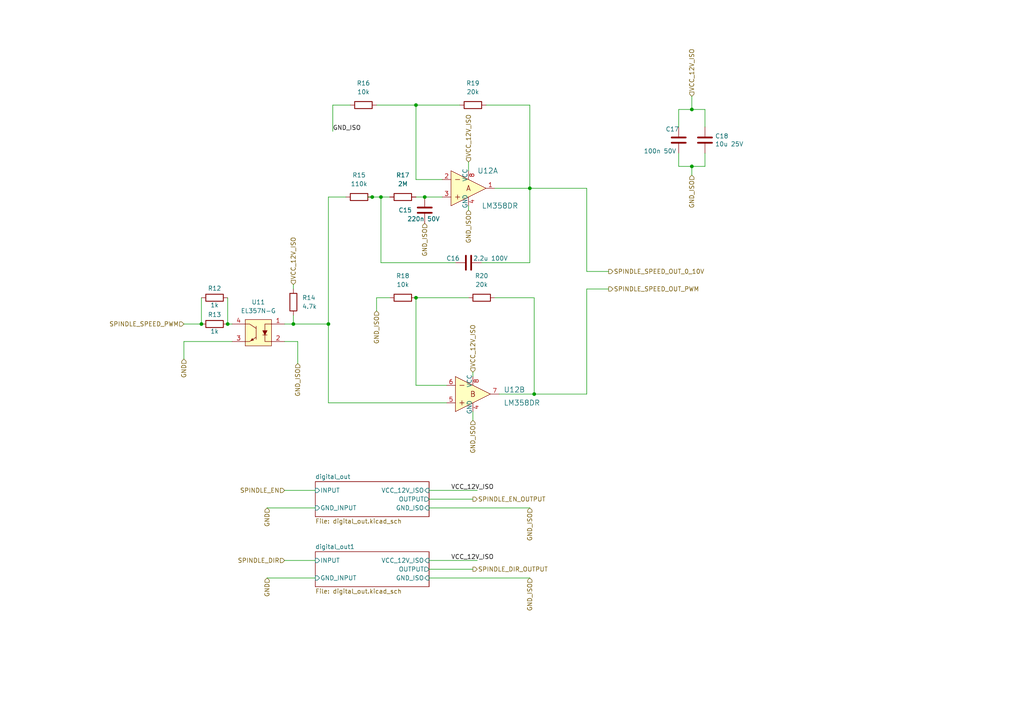
<source format=kicad_sch>
(kicad_sch (version 20211123) (generator eeschema)
  (paper "A4")
  (lib_symbols
    (symbol "Device:C" (pin_numbers hide) (pin_names (offset 0.254))
      (property "Reference" "C" (at 0.635 2.54 0))
      (property "Value" "C" (at 0.635 -2.54 0))
      (symbol "C_0_1"
        (polyline (pts (xy -2.032 -0.762) (xy 2.032 -0.762)) (stroke (width 0.508)))
        (polyline (pts (xy -2.032 0.762) (xy 2.032 0.762)) (stroke (width 0.508)))
      )
      (symbol "C_1_1"
        (pin passive line (at 0 3.81 270) (length 2.794) (name "~") (number "1"))
        (pin passive line (at 0 -3.81 90) (length 2.794) (name "~") (number "2"))
      )
    )
    (symbol "Device:R" (pin_numbers hide) (pin_names (offset 0))
      (property "Reference" "R" (at 2.032 0 90))
      (property "Value" "R" (at 0 0 90))
      (symbol "R_0_1"
        (rectangle (start -1.016 -2.54) (end 1.016 2.54) (stroke (width 0.254)))
      )
      (symbol "R_1_1"
        (pin passive line (at 0 3.81 270) (length 1.27) (name "~") (number "1"))
        (pin passive line (at 0 -3.81 90) (length 1.27) (name "~") (number "2"))
      )
    )
    (symbol "PersonnalSymbolLibrary:EL357N-G"
      (property "Reference" "U" (at -1.27 7.62 0))
      (property "Value" "EL357N-G" (at 0 5.08 0))
      (symbol "EL357N-G_0_1"
        (rectangle (start -3.81 3.81) (end 3.81 -3.81) (fill (type background)))
        (polyline (pts (xy -2.54 -0.635) (xy -1.27 -0.635)))
        (polyline (pts (xy 0.635 1.905) (xy 0.635 -1.905)))
        (polyline (pts (xy -3.81 -2.54) (xy -1.905 -2.54) (xy -1.905 -0.635)))
        (polyline (pts (xy -3.81 2.54) (xy -1.905 2.54) (xy -1.905 0.635)))
        (polyline (pts (xy 0.635 -1.27) (xy 2.54 -2.54) (xy 3.81 -2.54)))
        (polyline (pts (xy 0.635 1.27) (xy 2.54 2.54) (xy 3.81 2.54)))
        (polyline (pts (xy -2.54 0.635) (xy -1.27 0.635) (xy -1.905 -0.635) (xy -2.54 0.635)) (fill (type outline)))
        (polyline (pts (xy 2.159 -2.286) (xy 1.778 -1.651) (xy 1.397 -2.159) (xy 2.159 -2.286)) (fill (type outline)))
      )
      (symbol "EL357N-G_1_1"
        (pin passive line (at -7.62 2.54 0) (length 3.81) (name "~") (number "1"))
        (pin passive line (at -7.62 -2.54 0) (length 3.81) (name "~") (number "2"))
        (pin passive line (at 7.62 -2.54 180) (length 3.81) (name "~") (number "3"))
        (pin passive line (at 7.62 2.54 180) (length 3.81) (name "~") (number "4"))
      )
    )
    (symbol "dk_Linear-Amplifiers-Instrumentation-OP-Amps-Buffer-Amps:LM358DR" (pin_names (offset 0))
      (property "Reference" "U" (at -5.08 7.62 0))
      (property "Value" "LM358DR" (at 2.54 -5.08 0))
      (symbol "LM358DR_0_0"
        (polyline (pts (xy -3.81 -2.54) (xy -2.54 -2.54)))
        (polyline (pts (xy -3.81 2.54) (xy -2.54 2.54)))
        (polyline (pts (xy -3.175 -1.905) (xy -3.175 -3.175)))
        (polyline (pts (xy -5.08 5.08) (xy -5.08 -5.08) (xy 5.08 0) (xy -5.08 5.08)) (fill (type background)))
      )
      (symbol "LM358DR_1_0"
        (text "A" (at 0 0 0) (effects (font (size 1.524 1.524))))
      )
      (symbol "LM358DR_1_1"
        (pin output line (at 7.62 0 180) (length 2.54) (name "~") (number "1"))
        (pin input line (at -7.62 2.54 0) (length 2.54) (name "~") (number "2"))
        (pin input line (at -7.62 -2.54 0) (length 2.54) (name "~") (number "3"))
        (pin power_in line (at 0 -5.08 90) (length 2.54) (name "GND") (number "4"))
        (pin power_in line (at 0 5.08 270) (length 2.54) (name "VCC") (number "8"))
      )
      (symbol "LM358DR_2_0"
        (text "B" (at 0 0 0) (effects (font (size 1.524 1.524))))
      )
      (symbol "LM358DR_2_1"
        (pin power_in line (at 0 -5.08 90) (length 2.54) (name "GND") (number "4"))
        (pin input line (at -7.62 -2.54 0) (length 2.54) (name "~") (number "5"))
        (pin input line (at -7.62 2.54 0) (length 2.54) (name "~") (number "6"))
        (pin output line (at 7.62 0 180) (length 2.54) (name "~") (number "7"))
        (pin power_in line (at 0 5.08 270) (length 2.54) (name "VCC") (number "8"))
      )
    )
  )
  (junction (at 85.09 93.98))
  (junction (at 154.94 114.3))
  (junction (at 66.04 93.98))
  (junction (at 58.42 93.98))
  (junction (at 95.25 93.98))
  (junction (at 107.95 57.15))
  (junction (at 110.49 57.15))
  (junction (at 123.19 57.15))
  (junction (at 200.66 48.26))
  (junction (at 200.66 31.75))
  (junction (at 120.65 30.48))
  (junction (at 120.65 86.36))
  (junction (at 153.67 54.61))
  (wire (pts (xy 124.46 162.56) (xy 138.43 162.56)))
  (wire (pts (xy 109.22 30.48) (xy 120.65 30.48)))
  (wire (pts (xy 120.65 30.48) (xy 133.35 30.48)))
  (wire (pts (xy 110.49 76.2) (xy 110.49 57.15)))
  (wire (pts (xy 132.08 76.2) (xy 110.49 76.2)))
  (wire (pts (xy 143.51 86.36) (xy 154.94 86.36)))
  (wire (pts (xy 170.18 114.3) (xy 170.18 83.82)))
  (wire (pts (xy 200.66 27.94) (xy 200.66 31.75)))
  (wire (pts (xy 143.51 54.61) (xy 153.67 54.61)))
  (wire (pts (xy 153.67 30.48) (xy 153.67 54.61)))
  (wire (pts (xy 66.04 93.98) (xy 67.31 93.98)))
  (wire (pts (xy 144.78 114.3) (xy 154.94 114.3)))
  (wire (pts (xy 58.42 86.36) (xy 58.42 93.98)))
  (wire (pts (xy 53.34 99.06) (xy 67.31 99.06)))
  (wire (pts (xy 129.54 111.76) (xy 120.65 111.76)))
  (wire (pts (xy 124.46 167.64) (xy 153.67 167.64)))
  (wire (pts (xy 86.36 99.06) (xy 86.36 105.41)))
  (wire (pts (xy 123.19 57.15) (xy 128.27 57.15)))
  (wire (pts (xy 82.55 99.06) (xy 86.36 99.06)))
  (wire (pts (xy 85.09 91.44) (xy 85.09 93.98)))
  (wire (pts (xy 124.46 142.24) (xy 138.43 142.24)))
  (wire (pts (xy 120.65 86.36) (xy 135.89 86.36)))
  (wire (pts (xy 153.67 76.2) (xy 139.7 76.2)))
  (wire (pts (xy 77.47 147.32) (xy 91.44 147.32)))
  (wire (pts (xy 204.47 31.75) (xy 204.47 36.83)))
  (wire (pts (xy 124.46 165.1) (xy 137.16 165.1)))
  (wire (pts (xy 109.22 86.36) (xy 109.22 90.17)))
  (wire (pts (xy 170.18 78.74) (xy 176.53 78.74)))
  (wire (pts (xy 85.09 93.98) (xy 95.25 93.98)))
  (wire (pts (xy 95.25 57.15) (xy 95.25 93.98)))
  (wire (pts (xy 82.55 162.56) (xy 91.44 162.56)))
  (wire (pts (xy 95.25 116.84) (xy 129.54 116.84)))
  (wire (pts (xy 124.46 147.32) (xy 153.67 147.32)))
  (wire (pts (xy 170.18 83.82) (xy 176.53 83.82)))
  (wire (pts (xy 66.04 86.36) (xy 66.04 93.98)))
  (wire (pts (xy 95.25 93.98) (xy 95.25 116.84)))
  (wire (pts (xy 82.55 142.24) (xy 91.44 142.24)))
  (wire (pts (xy 109.22 86.36) (xy 113.03 86.36)))
  (wire (pts (xy 106.68 57.15) (xy 107.95 57.15)))
  (wire (pts (xy 107.95 57.15) (xy 110.49 57.15)))
  (wire (pts (xy 110.49 57.15) (xy 113.03 57.15)))
  (wire (pts (xy 120.65 57.15) (xy 123.19 57.15)))
  (wire (pts (xy 196.85 31.75) (xy 196.85 36.83)))
  (wire (pts (xy 196.85 31.75) (xy 200.66 31.75)))
  (wire (pts (xy 200.66 31.75) (xy 204.47 31.75)))
  (wire (pts (xy 96.52 30.48) (xy 96.52 38.1)))
  (wire (pts (xy 101.6 30.48) (xy 96.52 30.48)))
  (wire (pts (xy 77.47 167.64) (xy 91.44 167.64)))
  (wire (pts (xy 95.25 57.15) (xy 100.33 57.15)))
  (wire (pts (xy 154.94 114.3) (xy 170.18 114.3)))
  (wire (pts (xy 120.65 86.36) (xy 120.65 111.76)))
  (wire (pts (xy 135.89 46.99) (xy 135.89 49.53)))
  (wire (pts (xy 153.67 54.61) (xy 170.18 54.61)))
  (wire (pts (xy 170.18 54.61) (xy 170.18 78.74)))
  (wire (pts (xy 53.34 99.06) (xy 53.34 104.14)))
  (wire (pts (xy 196.85 48.26) (xy 200.66 48.26)))
  (wire (pts (xy 200.66 48.26) (xy 204.47 48.26)))
  (wire (pts (xy 124.46 144.78) (xy 137.16 144.78)))
  (wire (pts (xy 204.47 44.45) (xy 204.47 48.26)))
  (wire (pts (xy 153.67 54.61) (xy 153.67 76.2)))
  (wire (pts (xy 137.16 119.38) (xy 137.16 121.92)))
  (wire (pts (xy 53.34 93.98) (xy 58.42 93.98)))
  (wire (pts (xy 200.66 50.8) (xy 200.66 48.26)))
  (wire (pts (xy 85.09 82.55) (xy 85.09 83.82)))
  (wire (pts (xy 137.16 107.95) (xy 137.16 109.22)))
  (wire (pts (xy 120.65 30.48) (xy 120.65 52.07)))
  (wire (pts (xy 128.27 52.07) (xy 120.65 52.07)))
  (wire (pts (xy 140.97 30.48) (xy 153.67 30.48)))
  (wire (pts (xy 135.89 59.69) (xy 135.89 60.96)))
  (wire (pts (xy 196.85 44.45) (xy 196.85 48.26)))
  (wire (pts (xy 82.55 93.98) (xy 85.09 93.98)))
  (wire (pts (xy 154.94 86.36) (xy 154.94 114.3)))
  (label "GND_ISO" (at 96.52 38.1 0))
  (label "VCC_12V_ISO" (at 130.81 142.24 0))
  (label "VCC_12V_ISO" (at 130.81 162.56 0))
  (hierarchical_label "GND_ISO" (shape input) (at 200.66 50.8 270))
  (hierarchical_label "GND_ISO" (shape input) (at 86.36 105.41 270))
  (hierarchical_label "GND_ISO" (shape input) (at 153.67 147.32 270))
  (hierarchical_label "GND_ISO" (shape input) (at 135.89 60.96 270))
  (hierarchical_label "SPINDLE_SPEED_PWM" (shape input) (at 53.34 93.98 180))
  (hierarchical_label "VCC_12V_ISO" (shape input) (at 200.66 27.94 90))
  (hierarchical_label "SPINDLE_DIR_OUTPUT" (shape output) (at 137.16 165.1 0))
  (hierarchical_label "GND_ISO" (shape input) (at 109.22 90.17 270))
  (hierarchical_label "VCC_12V_ISO" (shape input) (at 135.89 46.99 90))
  (hierarchical_label "GND_ISO" (shape input) (at 153.67 167.64 270))
  (hierarchical_label "SPINDLE_EN_OUTPUT" (shape output) (at 137.16 144.78 0))
  (hierarchical_label "GND_ISO" (shape input) (at 137.16 121.92 270))
  (hierarchical_label "VCC_12V_ISO" (shape input) (at 137.16 107.95 90))
  (hierarchical_label "GND" (shape input) (at 77.47 167.64 270))
  (hierarchical_label "VCC_12V_ISO" (shape input) (at 85.09 82.55 90))
  (hierarchical_label "GND_ISO" (shape input) (at 123.19 64.77 270))
  (hierarchical_label "GND" (shape input) (at 53.34 104.14 270))
  (hierarchical_label "SPINDLE_DIR" (shape input) (at 82.55 162.56 180))
  (hierarchical_label "GND" (shape input) (at 77.47 147.32 270))
  (hierarchical_label "SPINDLE_SPEED_OUT_0_10V" (shape output) (at 176.53 78.74 0))
  (hierarchical_label "SPINDLE_EN" (shape input) (at 82.55 142.24 180))
  (hierarchical_label "SPINDLE_SPEED_OUT_PWM" (shape output) (at 176.53 83.82 0))
  (symbol (lib_id "Device:R") (at 85.09 87.63 0) (unit 1)
    (property "Reference" "R14" (at 87.63 86.3599 0) (effects (justify left)))
    (property "Value" "4.7k" (at 87.63 88.8999 0) (effects (justify left)))
    (property "Footprint" "Resistor_SMD:R_0805_2012Metric" (effects hide))
    (property "LCSC" "C17673" (effects hide))
  )
  (symbol (lib_id "PersonnalSymbolLibrary:EL357N-G") (at 74.93 96.52 0) (mirror y) (unit 1)
    (property "Reference" "U11" (at 74.93 87.63 0))
    (property "Value" "EL357N-G" (at 74.93 90.17 0))
    (property "Footprint" "ELM357N-G:SOP254P700X200-4N" (effects hide))
    (property "LCSC" "C29981" (effects hide))
  )
  (symbol (lib_id "Device:R") (at 105.41 30.48 270) (unit 1)
    (property "Reference" "R16" (at 105.41 24.13 90))
    (property "Value" "10k" (at 105.41 26.67 90))
    (property "Footprint" "Resistor_SMD:R_0402_1005Metric_Pad0.72x0.64mm_HandSolder" (effects hide))
    (property "LCSC" "C25744" (effects hide))
  )
  (symbol (lib_id "Device:R") (at 116.84 57.15 90) (unit 1)
    (property "Reference" "R17" (at 116.84 50.8 90))
    (property "Value" "2M" (at 116.84 53.34 90))
    (property "Footprint" "Resistor_SMD:R_0603_1608Metric" (effects hide))
    (property "LCSC" "C22976" (effects hide))
  )
  (symbol (lib_id "dk_Linear-Amplifiers-Instrumentation-OP-Amps-Buffer-Amps:LM358DR") (at 135.89 54.61 0) (unit 1)
    (property "Reference" "U12" (at 138.43 49.53 0) (effects (font (size 1.524 1.524)) (justify left)))
    (property "Value" "LM358DR" (at 139.7 59.69 0) (effects (font (size 1.524 1.524)) (justify left)))
    (property "Footprint" "digikey-footprints:SOIC-8_W3.9mm" (effects hide))
    (property "Datasheet" "http://www.ti.com/general/docs/suppproductinfo.tsp?distId=10&gotoUrl=http%3A%2F%2Fwww.ti.com%2Flit%2Fgpn%2Flm358" (effects hide))
    (property "Digi-Key_PN" "296-1014-1-ND" (effects hide))
    (property "MPN" "LM358DR" (effects hide))
    (property "Category" "Integrated Circuits (ICs)" (effects hide))
    (property "Family" "Linear - Amplifiers - Instrumentation, OP Amps, Buffer Amps" (effects hide))
    (property "DK_Datasheet_Link" "http://www.ti.com/general/docs/suppproductinfo.tsp?distId=10&gotoUrl=http%3A%2F%2Fwww.ti.com%2Flit%2Fgpn%2Flm358" (effects hide))
    (property "DK_Detail_Page" "/product-detail/en/texas-instruments/LM358DR/296-1014-1-ND/404838" (effects hide))
    (property "Description" "IC OPAMP GP 2 CIRCUIT 8SOIC" (effects hide))
    (property "Manufacturer" "Texas Instruments" (effects hide))
    (property "Status" "Active" (effects hide))
    (property "LCSC" "C7950" (effects hide))
  )
  (symbol (lib_id "Device:R") (at 62.23 86.36 270) (unit 1)
    (property "Reference" "R12" (at 62.23 83.6422 90))
    (property "Value" "1k" (at 62.23 88.4936 90))
    (property "Footprint" "Resistor_SMD:R_1206_3216Metric" (effects hide))
    (property "LCSC" "C4410" (effects hide))
  )
  (symbol (lib_id "Device:R") (at 116.84 86.36 270) (unit 1)
    (property "Reference" "R18" (at 116.84 80.01 90))
    (property "Value" "10k" (at 116.84 82.55 90))
    (property "Footprint" "Resistor_SMD:R_0402_1005Metric_Pad0.72x0.64mm_HandSolder" (effects hide))
    (property "LCSC" "C25744" (effects hide))
  )
  (symbol (lib_id "Device:R") (at 104.14 57.15 90) (unit 1)
    (property "Reference" "R15" (at 104.14 50.8 90))
    (property "Value" "110k" (at 104.14 53.34 90))
    (property "Footprint" "Resistor_SMD:R_0603_1608Metric" (effects hide))
    (property "LCSC" "C25805" (effects hide))
  )
  (symbol (lib_id "Device:C") (at 123.19 60.96 180) (unit 1)
    (property "Reference" "C15" (at 115.57 60.9599 0) (effects (justify right)))
    (property "Value" "220n 50V" (at 118.11 63.4999 0) (effects (justify right)))
    (property "Footprint" "Capacitor_SMD:C_0805_2012Metric" (effects hide))
    (property "LCSC" "C5378" (effects hide))
  )
  (symbol (lib_id "Device:C") (at 196.85 40.64 0) (unit 1)
    (property "Reference" "C17" (at 193.04 37.4649 0) (effects (justify left)))
    (property "Value" "100n 50V" (at 186.69 43.8149 0) (effects (justify left)))
    (property "Footprint" "Capacitor_SMD:C_0402_1005Metric" (effects hide))
    (property "LCSC" "C307331" (effects hide))
  )
  (symbol (lib_id "Device:C") (at 135.89 76.2 90) (unit 1)
    (property "Reference" "C16" (at 133.3499 74.93 90) (effects (justify left)))
    (property "Value" "2.2u 100V" (at 147.3199 74.93 90) (effects (justify left)))
    (property "Footprint" "Capacitor_SMD:C_1812_4532Metric" (effects hide))
    (property "LCSC" "C106162" (effects hide))
  )
  (symbol (lib_id "Device:R") (at 139.7 86.36 90) (unit 1)
    (property "Reference" "R20" (at 139.7 80.01 90))
    (property "Value" "20k" (at 139.7 82.55 90))
    (property "Footprint" "Resistor_SMD:R_0805_2012Metric" (effects hide))
    (property "LCSC" "C4328" (effects hide))
  )
  (symbol (lib_id "Device:R") (at 62.23 93.98 270) (unit 1)
    (property "Reference" "R13" (at 62.23 91.2622 90))
    (property "Value" "1k" (at 62.23 96.1136 90))
    (property "Footprint" "Resistor_SMD:R_1206_3216Metric" (effects hide))
    (property "LCSC" "C4410" (effects hide))
  )
  (symbol (lib_id "Device:R") (at 137.16 30.48 90) (unit 1)
    (property "Reference" "R19" (at 137.16 24.13 90))
    (property "Value" "20k" (at 137.16 26.67 90))
    (property "Footprint" "Resistor_SMD:R_0805_2012Metric" (effects hide))
    (property "LCSC" "C4328" (effects hide))
  )
  (symbol (lib_id "dk_Linear-Amplifiers-Instrumentation-OP-Amps-Buffer-Amps:LM358DR") (at 137.16 114.3 0) (unit 2)
    (property "Reference" "U12" (at 146.05 113.03 0) (effects (font (size 1.524 1.524)) (justify left)))
    (property "Value" "LM358DR" (at 146.05 116.84 0) (effects (font (size 1.524 1.524)) (justify left)))
    (property "Footprint" "digikey-footprints:SOIC-8_W3.9mm" (effects hide))
    (property "Datasheet" "http://www.ti.com/general/docs/suppproductinfo.tsp?distId=10&gotoUrl=http%3A%2F%2Fwww.ti.com%2Flit%2Fgpn%2Flm358" (effects hide))
    (property "MPN" "LM358DR" (effects hide))
    (property "Category" "Integrated Circuits (ICs)" (effects hide))
    (property "Family" "Linear - Amplifiers - Instrumentation, OP Amps, Buffer Amps" (effects hide))
    (property "Description" "IC OPAMP GP 2 CIRCUIT 8SOIC" (effects hide))
    (property "Manufacturer" "Texas Instruments" (effects hide))
    (property "LCSC" "C7950" (effects hide))
  )
  (symbol (lib_id "Device:C") (at 204.47 40.64 0) (unit 1)
    (property "Reference" "C18" (at 207.391 39.4716 0) (effects (justify left)))
    (property "Value" "10u 25V" (at 207.391 41.783 0) (effects (justify left)))
    (property "Footprint" "Capacitor_SMD:C_0805_2012Metric" (effects hide))
    (property "LCSC" "C15850" (effects hide))
  )
  (sheet (at 91.44 139.7) (size 33.02 10.16) (stroke (width 0.1524))
    (property "Sheet name" "digital_out" (at 91.44 138.9884 0) (effects (justify left bottom)))
    (property "Sheet file" "digital_out.kicad_sch" (at 91.44 150.4446 0) (effects (justify left top)))
    (pin "GND_ISO" input (at 124.46 147.32 0))
    (pin "INPUT" input (at 91.44 142.24 180))
    (pin "GND_INPUT" input (at 91.44 147.32 180))
    (pin "VCC_12V_ISO" input (at 124.46 142.24 0))
    (pin "OUTPUT" output (at 124.46 144.78 0))
  )
  (sheet (at 91.44 160.02) (size 33.02 10.16) (stroke (width 0.1524))
    (property "Sheet name" "digital_out1" (at 91.44 159.3084 0) (effects (justify left bottom)))
    (property "Sheet file" "digital_out.kicad_sch" (at 91.44 170.7646 0) (effects (justify left top)))
    (pin "GND_ISO" input (at 124.46 167.64 0))
    (pin "INPUT" input (at 91.44 162.56 180))
    (pin "GND_INPUT" input (at 91.44 167.64 180))
    (pin "VCC_12V_ISO" input (at 124.46 162.56 0))
    (pin "OUTPUT" output (at 124.46 165.1 0))
  )
)
</source>
